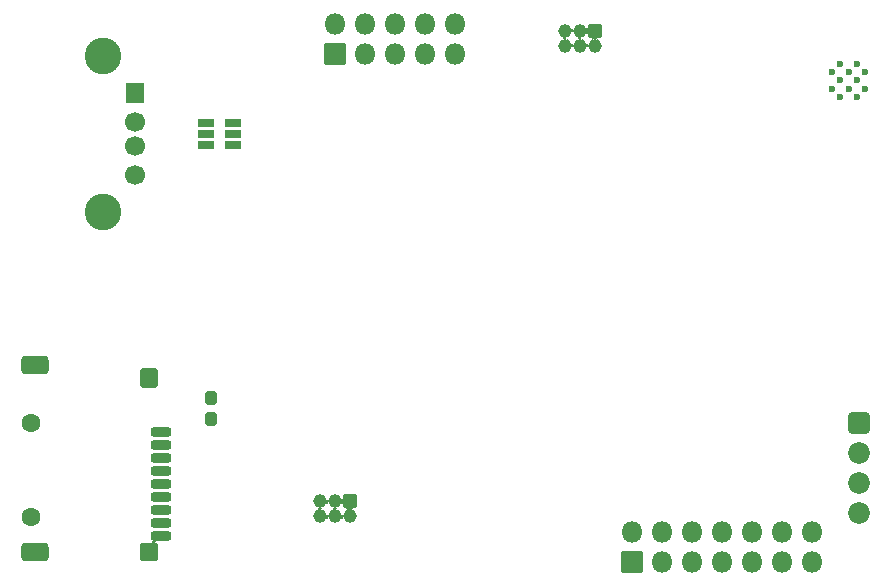
<source format=gbs>
%TF.GenerationSoftware,KiCad,Pcbnew,(6.0.10)*%
%TF.CreationDate,2022-12-31T20:59:51+01:00*%
%TF.ProjectId,ESPreen,45535072-6565-46e2-9e6b-696361645f70,0*%
%TF.SameCoordinates,Original*%
%TF.FileFunction,Soldermask,Bot*%
%TF.FilePolarity,Negative*%
%FSLAX46Y46*%
G04 Gerber Fmt 4.6, Leading zero omitted, Abs format (unit mm)*
G04 Created by KiCad (PCBNEW (6.0.10)) date 2022-12-31 20:59:51*
%MOMM*%
%LPD*%
G01*
G04 APERTURE LIST*
G04 Aperture macros list*
%AMRoundRect*
0 Rectangle with rounded corners*
0 $1 Rounding radius*
0 $2 $3 $4 $5 $6 $7 $8 $9 X,Y pos of 4 corners*
0 Add a 4 corners polygon primitive as box body*
4,1,4,$2,$3,$4,$5,$6,$7,$8,$9,$2,$3,0*
0 Add four circle primitives for the rounded corners*
1,1,$1+$1,$2,$3*
1,1,$1+$1,$4,$5*
1,1,$1+$1,$6,$7*
1,1,$1+$1,$8,$9*
0 Add four rect primitives between the rounded corners*
20,1,$1+$1,$2,$3,$4,$5,0*
20,1,$1+$1,$4,$5,$6,$7,0*
20,1,$1+$1,$6,$7,$8,$9,0*
20,1,$1+$1,$8,$9,$2,$3,0*%
G04 Aperture macros list end*
%ADD10RoundRect,0.287500X0.237500X-0.300000X0.237500X0.300000X-0.237500X0.300000X-0.237500X-0.300000X0*%
%ADD11RoundRect,0.050000X-0.525000X0.525000X-0.525000X-0.525000X0.525000X-0.525000X0.525000X0.525000X0*%
%ADD12C,1.150000*%
%ADD13C,0.600000*%
%ADD14RoundRect,0.050000X0.850000X-0.850000X0.850000X0.850000X-0.850000X0.850000X-0.850000X-0.850000X0*%
%ADD15O,1.800000X1.800000*%
%ADD16RoundRect,0.300000X-0.620000X0.620000X-0.620000X-0.620000X0.620000X-0.620000X0.620000X0.620000X0*%
%ADD17C,1.840000*%
%ADD18RoundRect,0.050000X-0.750000X0.800000X-0.750000X-0.800000X0.750000X-0.800000X0.750000X0.800000X0*%
%ADD19C,1.700000*%
%ADD20C,3.100000*%
%ADD21C,1.600000*%
%ADD22RoundRect,0.190000X0.660000X-0.210000X0.660000X0.210000X-0.660000X0.210000X-0.660000X-0.210000X0*%
%ADD23RoundRect,0.350000X0.450000X-0.450000X0.450000X0.450000X-0.450000X0.450000X-0.450000X-0.450000X0*%
%ADD24RoundRect,0.350000X0.800000X-0.450000X0.800000X0.450000X-0.800000X0.450000X-0.800000X-0.450000X0*%
%ADD25RoundRect,0.350000X0.450000X-0.500000X0.450000X0.500000X-0.450000X0.500000X-0.450000X-0.500000X0*%
%ADD26RoundRect,0.200000X-0.512500X-0.150000X0.512500X-0.150000X0.512500X0.150000X-0.512500X0.150000X0*%
G04 APERTURE END LIST*
D10*
%TO.C,C9*%
X127500000Y-102862500D03*
X127500000Y-101137500D03*
%TD*%
D11*
%TO.C,J6*%
X160000000Y-70000000D03*
D12*
X160000000Y-71270000D03*
X158730000Y-70000000D03*
X158730000Y-71270000D03*
X157460000Y-70000000D03*
X157460000Y-71270000D03*
%TD*%
D13*
%TO.C,IC1*%
X182200000Y-74210000D03*
X180800000Y-72810000D03*
X181500000Y-74910000D03*
X182900000Y-73510000D03*
X181500000Y-73510000D03*
X182900000Y-74910000D03*
X180100000Y-74910000D03*
X180800000Y-74210000D03*
X182200000Y-72810000D03*
X182200000Y-75610000D03*
X180800000Y-75610000D03*
X180100000Y-73510000D03*
%TD*%
D11*
%TO.C,J3*%
X139270000Y-109865000D03*
D12*
X139270000Y-111135000D03*
X138000000Y-109865000D03*
X138000000Y-111135000D03*
X136730000Y-109865000D03*
X136730000Y-111135000D03*
%TD*%
D14*
%TO.C,J2*%
X163125000Y-115025000D03*
D15*
X163125000Y-112485000D03*
X165665000Y-115025000D03*
X165665000Y-112485000D03*
X168205000Y-115025000D03*
X168205000Y-112485000D03*
X170745000Y-115025000D03*
X170745000Y-112485000D03*
X173285000Y-115025000D03*
X173285000Y-112485000D03*
X175825000Y-115025000D03*
X175825000Y-112485000D03*
X178365000Y-115025000D03*
X178365000Y-112485000D03*
%TD*%
D16*
%TO.C,J7*%
X182402500Y-103190000D03*
D17*
X182402500Y-105730000D03*
X182402500Y-108270000D03*
X182402500Y-110810000D03*
%TD*%
D14*
%TO.C,J4*%
X138000000Y-72000000D03*
D15*
X138000000Y-69460000D03*
X140540000Y-72000000D03*
X140540000Y-69460000D03*
X143080000Y-72000000D03*
X143080000Y-69460000D03*
X145620000Y-72000000D03*
X145620000Y-69460000D03*
X148160000Y-72000000D03*
X148160000Y-69460000D03*
%TD*%
D18*
%TO.C,J1*%
X121110000Y-75250000D03*
D19*
X121110000Y-77750000D03*
X121110000Y-79750000D03*
X121110000Y-82250000D03*
D20*
X118400000Y-85320000D03*
X118400000Y-72180000D03*
%TD*%
D21*
%TO.C,J5*%
X112250000Y-111200000D03*
X112250000Y-103200000D03*
D22*
X123250000Y-104000000D03*
X123250000Y-105100000D03*
X123250000Y-106200000D03*
X123250000Y-107300000D03*
X123250000Y-108400000D03*
X123250000Y-109500000D03*
X123250000Y-110600000D03*
X123250000Y-111700000D03*
D23*
X122250000Y-114150000D03*
D22*
X123250000Y-112800000D03*
D24*
X112650000Y-98350000D03*
D25*
X122250000Y-99400000D03*
D24*
X112650000Y-114150000D03*
%TD*%
D26*
%TO.C,U3*%
X129387500Y-79700000D03*
X129387500Y-78750000D03*
X129387500Y-77800000D03*
X127112500Y-77800000D03*
X127112500Y-78750000D03*
X127112500Y-79700000D03*
%TD*%
G36*
X122477745Y-113156708D02*
G01*
X122518069Y-113183652D01*
X122590199Y-113198000D01*
X122903998Y-113198000D01*
X122905730Y-113199000D01*
X122905730Y-113201000D01*
X122904616Y-113201902D01*
X122846457Y-113220799D01*
X122810893Y-113269748D01*
X122810893Y-113330250D01*
X122846564Y-113379346D01*
X122858019Y-113385354D01*
X122858278Y-113385516D01*
X122879788Y-113401404D01*
X122880587Y-113403238D01*
X122879399Y-113404846D01*
X122877722Y-113404810D01*
X122799393Y-113366521D01*
X122699855Y-113352000D01*
X122427787Y-113352000D01*
X122426055Y-113351000D01*
X122426055Y-113349000D01*
X122427169Y-113348098D01*
X122485328Y-113329201D01*
X122520892Y-113280252D01*
X122520892Y-113219749D01*
X122493219Y-113181661D01*
X122493010Y-113179672D01*
X122493421Y-113179072D01*
X122493980Y-113178512D01*
X122475221Y-113159786D01*
X122474702Y-113157855D01*
X122476115Y-113156440D01*
X122477745Y-113156708D01*
G37*
G36*
X137275025Y-110956096D02*
G01*
X137311105Y-111001132D01*
X137369465Y-111017097D01*
X137426116Y-110995690D01*
X137454629Y-110956875D01*
X137456460Y-110956071D01*
X137458072Y-110957255D01*
X137458089Y-110958824D01*
X137446542Y-110986701D01*
X137427017Y-111135000D01*
X137446542Y-111283299D01*
X137458646Y-111312521D01*
X137458385Y-111314504D01*
X137456537Y-111315269D01*
X137455224Y-111314520D01*
X137420038Y-111269645D01*
X137361849Y-111253070D01*
X137304978Y-111273882D01*
X137275183Y-111313565D01*
X137273344Y-111314350D01*
X137271744Y-111313149D01*
X137271736Y-111311599D01*
X137283458Y-111283299D01*
X137302983Y-111135000D01*
X137283458Y-110986701D01*
X137271616Y-110958111D01*
X137271877Y-110956128D01*
X137273725Y-110955363D01*
X137275025Y-110956096D01*
G37*
G36*
X138545025Y-110956096D02*
G01*
X138581105Y-111001132D01*
X138639465Y-111017097D01*
X138696116Y-110995690D01*
X138724629Y-110956875D01*
X138726460Y-110956071D01*
X138728072Y-110957255D01*
X138728089Y-110958824D01*
X138716542Y-110986701D01*
X138697017Y-111135000D01*
X138716542Y-111283299D01*
X138728646Y-111312521D01*
X138728385Y-111314504D01*
X138726537Y-111315269D01*
X138725224Y-111314520D01*
X138690038Y-111269645D01*
X138631849Y-111253070D01*
X138574978Y-111273882D01*
X138545183Y-111313565D01*
X138543344Y-111314350D01*
X138541744Y-111313149D01*
X138541736Y-111311599D01*
X138553458Y-111283299D01*
X138572983Y-111135000D01*
X138553458Y-110986701D01*
X138541616Y-110958111D01*
X138541877Y-110956128D01*
X138543725Y-110955363D01*
X138545025Y-110956096D01*
G37*
G36*
X139580041Y-110439000D02*
G01*
X139580041Y-110441000D01*
X139578927Y-110441902D01*
X139520771Y-110460798D01*
X139485207Y-110509747D01*
X139485207Y-110570249D01*
X139520924Y-110619409D01*
X139522551Y-110620423D01*
X139523492Y-110622188D01*
X139522434Y-110623885D01*
X139520728Y-110623968D01*
X139418299Y-110581542D01*
X139270000Y-110562017D01*
X139121701Y-110581542D01*
X139012103Y-110626938D01*
X139010120Y-110626677D01*
X139009355Y-110624829D01*
X139009916Y-110623683D01*
X139049200Y-110583985D01*
X139058353Y-110524179D01*
X139030604Y-110470416D01*
X138976323Y-110443115D01*
X138961591Y-110441994D01*
X138959940Y-110440866D01*
X138960092Y-110438871D01*
X138961743Y-110438000D01*
X139578309Y-110438000D01*
X139580041Y-110439000D01*
G37*
G36*
X137851701Y-110418458D02*
G01*
X138000000Y-110437983D01*
X138148299Y-110418458D01*
X138237095Y-110381678D01*
X138239078Y-110381939D01*
X138239843Y-110383787D01*
X138238759Y-110385313D01*
X138186402Y-110411646D01*
X138187167Y-110413168D01*
X138187052Y-110415165D01*
X138186407Y-110415783D01*
X138151945Y-110436404D01*
X138128201Y-110492053D01*
X138141702Y-110551032D01*
X138187480Y-110590976D01*
X138201900Y-110595830D01*
X138206285Y-110596932D01*
X138206734Y-110597104D01*
X138244227Y-110616955D01*
X138245290Y-110618650D01*
X138244354Y-110620417D01*
X138242526Y-110620571D01*
X138148299Y-110581542D01*
X138000000Y-110562017D01*
X137851701Y-110581542D01*
X137760195Y-110619444D01*
X137758212Y-110619183D01*
X137757447Y-110617335D01*
X137758513Y-110615819D01*
X137798910Y-110594969D01*
X137799360Y-110594801D01*
X137799777Y-110594701D01*
X137801572Y-110593601D01*
X137801700Y-110593529D01*
X137808572Y-110589982D01*
X137808593Y-110589532D01*
X137809231Y-110588907D01*
X137851647Y-110562914D01*
X137874798Y-110507015D01*
X137860673Y-110448184D01*
X137814465Y-110408722D01*
X137802007Y-110404529D01*
X137788090Y-110400878D01*
X137787644Y-110400701D01*
X137753023Y-110381903D01*
X137751978Y-110380197D01*
X137752932Y-110378440D01*
X137754742Y-110378297D01*
X137851701Y-110418458D01*
G37*
G36*
X136581701Y-110418458D02*
G01*
X136730000Y-110437983D01*
X136878299Y-110418458D01*
X136967095Y-110381678D01*
X136969078Y-110381939D01*
X136969843Y-110383787D01*
X136968759Y-110385313D01*
X136916402Y-110411646D01*
X136917167Y-110413168D01*
X136917052Y-110415165D01*
X136916407Y-110415783D01*
X136881945Y-110436404D01*
X136858201Y-110492053D01*
X136871702Y-110551032D01*
X136917480Y-110590976D01*
X136931900Y-110595830D01*
X136936285Y-110596932D01*
X136936734Y-110597104D01*
X136974227Y-110616955D01*
X136975290Y-110618650D01*
X136974354Y-110620417D01*
X136972526Y-110620571D01*
X136878299Y-110581542D01*
X136730000Y-110562017D01*
X136581701Y-110581542D01*
X136490195Y-110619444D01*
X136488212Y-110619183D01*
X136487447Y-110617335D01*
X136488513Y-110615819D01*
X136528910Y-110594969D01*
X136529360Y-110594801D01*
X136529777Y-110594701D01*
X136531572Y-110593601D01*
X136531700Y-110593529D01*
X136538572Y-110589982D01*
X136538593Y-110589532D01*
X136539231Y-110588907D01*
X136581647Y-110562914D01*
X136604798Y-110507015D01*
X136590673Y-110448184D01*
X136544465Y-110408722D01*
X136532007Y-110404529D01*
X136518090Y-110400878D01*
X136517644Y-110400701D01*
X136483023Y-110381903D01*
X136481978Y-110380197D01*
X136482932Y-110378440D01*
X136484742Y-110378297D01*
X136581701Y-110418458D01*
G37*
G36*
X138696504Y-109546322D02*
G01*
X138697000Y-109547641D01*
X138697000Y-110181484D01*
X138696000Y-110183216D01*
X138694000Y-110183216D01*
X138693098Y-110182102D01*
X138674202Y-110123946D01*
X138625253Y-110088382D01*
X138564751Y-110088382D01*
X138515636Y-110124067D01*
X138506648Y-110140313D01*
X138506522Y-110140512D01*
X138503018Y-110145388D01*
X138501195Y-110146211D01*
X138499571Y-110145044D01*
X138499546Y-110143456D01*
X138553458Y-110013299D01*
X138572983Y-109865000D01*
X138553458Y-109716701D01*
X138501854Y-109592115D01*
X138502115Y-109590132D01*
X138503963Y-109589367D01*
X138505350Y-109590217D01*
X138514057Y-109602886D01*
X138562324Y-109639922D01*
X138622804Y-109641506D01*
X138672655Y-109607245D01*
X138693106Y-109546998D01*
X138694610Y-109545679D01*
X138696504Y-109546322D01*
G37*
G36*
X137275025Y-109686096D02*
G01*
X137311105Y-109731132D01*
X137369465Y-109747097D01*
X137426116Y-109725690D01*
X137454629Y-109686875D01*
X137456460Y-109686071D01*
X137458072Y-109687255D01*
X137458089Y-109688824D01*
X137446542Y-109716701D01*
X137427017Y-109865000D01*
X137446542Y-110013299D01*
X137458646Y-110042521D01*
X137458385Y-110044504D01*
X137456537Y-110045269D01*
X137455224Y-110044520D01*
X137420038Y-109999645D01*
X137361849Y-109983070D01*
X137304978Y-110003882D01*
X137275183Y-110043565D01*
X137273344Y-110044350D01*
X137271744Y-110043149D01*
X137271736Y-110041599D01*
X137283458Y-110013299D01*
X137302983Y-109865000D01*
X137283458Y-109716701D01*
X137271616Y-109688111D01*
X137271877Y-109686128D01*
X137273725Y-109685363D01*
X137275025Y-109686096D01*
G37*
G36*
X159275025Y-71091096D02*
G01*
X159311105Y-71136132D01*
X159369465Y-71152097D01*
X159426116Y-71130690D01*
X159454629Y-71091875D01*
X159456460Y-71091071D01*
X159458072Y-71092255D01*
X159458089Y-71093824D01*
X159446542Y-71121701D01*
X159427017Y-71270000D01*
X159446542Y-71418299D01*
X159458646Y-71447521D01*
X159458385Y-71449504D01*
X159456537Y-71450269D01*
X159455224Y-71449520D01*
X159420038Y-71404645D01*
X159361849Y-71388070D01*
X159304978Y-71408882D01*
X159275183Y-71448565D01*
X159273344Y-71449350D01*
X159271744Y-71448149D01*
X159271736Y-71446599D01*
X159283458Y-71418299D01*
X159302983Y-71270000D01*
X159283458Y-71121701D01*
X159271616Y-71093111D01*
X159271877Y-71091128D01*
X159273725Y-71090363D01*
X159275025Y-71091096D01*
G37*
G36*
X158005025Y-71091096D02*
G01*
X158041105Y-71136132D01*
X158099465Y-71152097D01*
X158156116Y-71130690D01*
X158184629Y-71091875D01*
X158186460Y-71091071D01*
X158188072Y-71092255D01*
X158188089Y-71093824D01*
X158176542Y-71121701D01*
X158157017Y-71270000D01*
X158176542Y-71418299D01*
X158188646Y-71447521D01*
X158188385Y-71449504D01*
X158186537Y-71450269D01*
X158185224Y-71449520D01*
X158150038Y-71404645D01*
X158091849Y-71388070D01*
X158034978Y-71408882D01*
X158005183Y-71448565D01*
X158003344Y-71449350D01*
X158001744Y-71448149D01*
X158001736Y-71446599D01*
X158013458Y-71418299D01*
X158032983Y-71270000D01*
X158013458Y-71121701D01*
X158001616Y-71093111D01*
X158001877Y-71091128D01*
X158003725Y-71090363D01*
X158005025Y-71091096D01*
G37*
G36*
X160310041Y-70574000D02*
G01*
X160310041Y-70576000D01*
X160308927Y-70576902D01*
X160250771Y-70595798D01*
X160215207Y-70644747D01*
X160215207Y-70705249D01*
X160250924Y-70754409D01*
X160252551Y-70755423D01*
X160253492Y-70757188D01*
X160252434Y-70758885D01*
X160250728Y-70758968D01*
X160148299Y-70716542D01*
X160000000Y-70697017D01*
X159851701Y-70716542D01*
X159742103Y-70761938D01*
X159740120Y-70761677D01*
X159739355Y-70759829D01*
X159739916Y-70758683D01*
X159779200Y-70718985D01*
X159788353Y-70659179D01*
X159760604Y-70605416D01*
X159706323Y-70578115D01*
X159691591Y-70576994D01*
X159689940Y-70575866D01*
X159690092Y-70573871D01*
X159691743Y-70573000D01*
X160308309Y-70573000D01*
X160310041Y-70574000D01*
G37*
G36*
X158581701Y-70553458D02*
G01*
X158730000Y-70572983D01*
X158878299Y-70553458D01*
X158967095Y-70516678D01*
X158969078Y-70516939D01*
X158969843Y-70518787D01*
X158968759Y-70520313D01*
X158916402Y-70546646D01*
X158917167Y-70548168D01*
X158917052Y-70550165D01*
X158916407Y-70550783D01*
X158881945Y-70571404D01*
X158858201Y-70627053D01*
X158871702Y-70686032D01*
X158917480Y-70725976D01*
X158931900Y-70730830D01*
X158936285Y-70731932D01*
X158936734Y-70732104D01*
X158974227Y-70751955D01*
X158975290Y-70753650D01*
X158974354Y-70755417D01*
X158972526Y-70755571D01*
X158878299Y-70716542D01*
X158730000Y-70697017D01*
X158581701Y-70716542D01*
X158490195Y-70754444D01*
X158488212Y-70754183D01*
X158487447Y-70752335D01*
X158488513Y-70750819D01*
X158528910Y-70729969D01*
X158529360Y-70729801D01*
X158529777Y-70729701D01*
X158531572Y-70728601D01*
X158531700Y-70728529D01*
X158538572Y-70724982D01*
X158538593Y-70724532D01*
X158539231Y-70723907D01*
X158581647Y-70697914D01*
X158604798Y-70642015D01*
X158590673Y-70583184D01*
X158544465Y-70543722D01*
X158532007Y-70539529D01*
X158518090Y-70535878D01*
X158517644Y-70535701D01*
X158483023Y-70516903D01*
X158481978Y-70515197D01*
X158482932Y-70513440D01*
X158484742Y-70513297D01*
X158581701Y-70553458D01*
G37*
G36*
X157311701Y-70553458D02*
G01*
X157460000Y-70572983D01*
X157608299Y-70553458D01*
X157697095Y-70516678D01*
X157699078Y-70516939D01*
X157699843Y-70518787D01*
X157698759Y-70520313D01*
X157646402Y-70546646D01*
X157647167Y-70548168D01*
X157647052Y-70550165D01*
X157646407Y-70550783D01*
X157611945Y-70571404D01*
X157588201Y-70627053D01*
X157601702Y-70686032D01*
X157647480Y-70725976D01*
X157661900Y-70730830D01*
X157666285Y-70731932D01*
X157666734Y-70732104D01*
X157704227Y-70751955D01*
X157705290Y-70753650D01*
X157704354Y-70755417D01*
X157702526Y-70755571D01*
X157608299Y-70716542D01*
X157460000Y-70697017D01*
X157311701Y-70716542D01*
X157220195Y-70754444D01*
X157218212Y-70754183D01*
X157217447Y-70752335D01*
X157218513Y-70750819D01*
X157258910Y-70729969D01*
X157259360Y-70729801D01*
X157259777Y-70729701D01*
X157261572Y-70728601D01*
X157261700Y-70728529D01*
X157268572Y-70724982D01*
X157268593Y-70724532D01*
X157269231Y-70723907D01*
X157311647Y-70697914D01*
X157334798Y-70642015D01*
X157320673Y-70583184D01*
X157274465Y-70543722D01*
X157262007Y-70539529D01*
X157248090Y-70535878D01*
X157247644Y-70535701D01*
X157213023Y-70516903D01*
X157211978Y-70515197D01*
X157212932Y-70513440D01*
X157214742Y-70513297D01*
X157311701Y-70553458D01*
G37*
G36*
X159426504Y-69681322D02*
G01*
X159427000Y-69682641D01*
X159427000Y-70316484D01*
X159426000Y-70318216D01*
X159424000Y-70318216D01*
X159423098Y-70317102D01*
X159404202Y-70258946D01*
X159355253Y-70223382D01*
X159294751Y-70223382D01*
X159245636Y-70259067D01*
X159236648Y-70275313D01*
X159236522Y-70275512D01*
X159233018Y-70280388D01*
X159231195Y-70281211D01*
X159229571Y-70280044D01*
X159229546Y-70278456D01*
X159283458Y-70148299D01*
X159302983Y-70000000D01*
X159283458Y-69851701D01*
X159231854Y-69727115D01*
X159232115Y-69725132D01*
X159233963Y-69724367D01*
X159235350Y-69725217D01*
X159244057Y-69737886D01*
X159292324Y-69774922D01*
X159352804Y-69776506D01*
X159402655Y-69742245D01*
X159423106Y-69681998D01*
X159424610Y-69680679D01*
X159426504Y-69681322D01*
G37*
G36*
X158005025Y-69821096D02*
G01*
X158041105Y-69866132D01*
X158099465Y-69882097D01*
X158156116Y-69860690D01*
X158184629Y-69821875D01*
X158186460Y-69821071D01*
X158188072Y-69822255D01*
X158188089Y-69823824D01*
X158176542Y-69851701D01*
X158157017Y-70000000D01*
X158176542Y-70148299D01*
X158188646Y-70177521D01*
X158188385Y-70179504D01*
X158186537Y-70180269D01*
X158185224Y-70179520D01*
X158150038Y-70134645D01*
X158091849Y-70118070D01*
X158034978Y-70138882D01*
X158005183Y-70178565D01*
X158003344Y-70179350D01*
X158001744Y-70178149D01*
X158001736Y-70176599D01*
X158013458Y-70148299D01*
X158032983Y-70000000D01*
X158013458Y-69851701D01*
X158001616Y-69823111D01*
X158001877Y-69821128D01*
X158003725Y-69820363D01*
X158005025Y-69821096D01*
G37*
M02*

</source>
